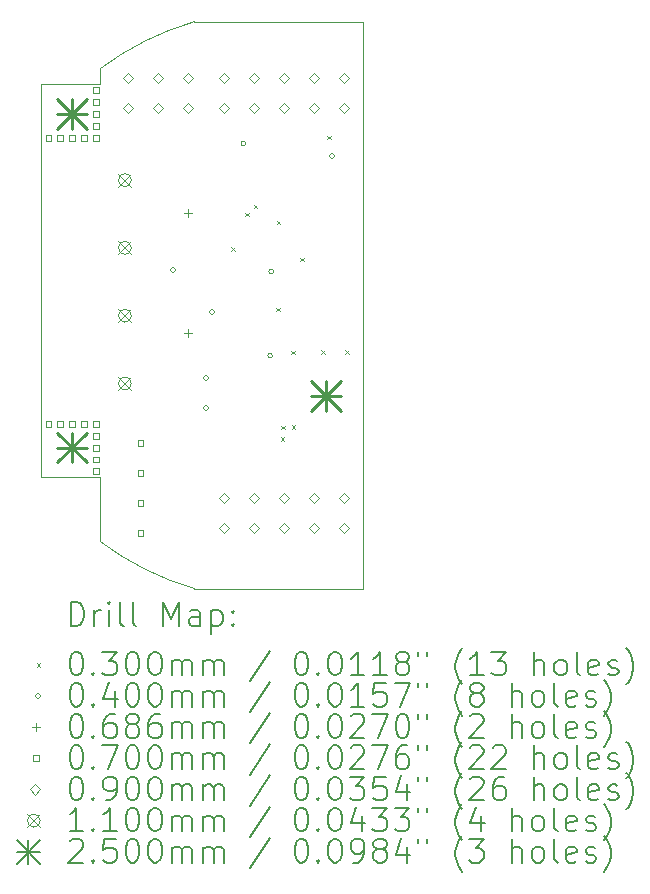
<source format=gbr>
%TF.GenerationSoftware,KiCad,Pcbnew,6.0.11-2627ca5db0~126~ubuntu22.04.1*%
%TF.CreationDate,2023-12-06T10:38:29+01:00*%
%TF.ProjectId,bus-module_attiny1634,6275732d-6d6f-4647-956c-655f61747469,C*%
%TF.SameCoordinates,Original*%
%TF.FileFunction,Drillmap*%
%TF.FilePolarity,Positive*%
%FSLAX45Y45*%
G04 Gerber Fmt 4.5, Leading zero omitted, Abs format (unit mm)*
G04 Created by KiCad (PCBNEW 6.0.11-2627ca5db0~126~ubuntu22.04.1) date 2023-12-06 10:38:29*
%MOMM*%
%LPD*%
G01*
G04 APERTURE LIST*
%ADD10C,0.100000*%
%ADD11C,0.200000*%
%ADD12C,0.030000*%
%ADD13C,0.040000*%
%ADD14C,0.068580*%
%ADD15C,0.070000*%
%ADD16C,0.090000*%
%ADD17C,0.110000*%
%ADD18C,0.250000*%
G04 APERTURE END LIST*
D10*
X8500000Y-8127000D02*
X8000000Y-8127000D01*
X8500000Y-12000000D02*
X8500000Y-11457000D01*
X8000000Y-8600000D02*
X8000000Y-8127000D01*
X9300000Y-7600000D02*
G75*
G03*
X8500106Y-7999921I700000J-2400000D01*
G01*
X9300000Y-7600000D02*
X10731500Y-7600000D01*
X8500106Y-7999921D02*
X8500000Y-8127000D01*
X8500000Y-11457000D02*
X8000000Y-11457000D01*
X8500000Y-12000000D02*
G75*
G03*
X9299632Y-12399893I1500000J2000000D01*
G01*
X10731500Y-7600000D02*
X10731500Y-12400000D01*
X8000000Y-10950000D02*
X8000000Y-11457000D01*
X8000000Y-8600000D02*
X8000000Y-10950000D01*
X10731500Y-12400000D02*
X9299632Y-12399893D01*
D11*
D12*
X9610800Y-9510800D02*
X9640800Y-9540800D01*
X9640800Y-9510800D02*
X9610800Y-9540800D01*
X9731450Y-9218700D02*
X9761450Y-9248700D01*
X9761450Y-9218700D02*
X9731450Y-9248700D01*
X9801300Y-9148850D02*
X9831300Y-9178850D01*
X9831300Y-9148850D02*
X9801300Y-9178850D01*
X9992592Y-10021978D02*
X10022592Y-10051978D01*
X10022592Y-10021978D02*
X9992592Y-10051978D01*
X9995895Y-9285864D02*
X10025895Y-9315864D01*
X10025895Y-9285864D02*
X9995895Y-9315864D01*
X10031897Y-11116972D02*
X10061897Y-11146972D01*
X10061897Y-11116972D02*
X10031897Y-11146972D01*
X10036250Y-11022100D02*
X10066250Y-11052100D01*
X10066250Y-11022100D02*
X10036250Y-11052100D01*
X10118800Y-10387100D02*
X10148800Y-10417100D01*
X10148800Y-10387100D02*
X10118800Y-10417100D01*
X10125150Y-11015750D02*
X10155150Y-11045750D01*
X10155150Y-11015750D02*
X10125150Y-11045750D01*
X10195000Y-9600403D02*
X10225000Y-9630403D01*
X10225000Y-9600403D02*
X10195000Y-9630403D01*
X10372800Y-10380750D02*
X10402800Y-10410750D01*
X10402800Y-10380750D02*
X10372800Y-10410750D01*
X10423600Y-8564650D02*
X10453600Y-8594650D01*
X10453600Y-8564650D02*
X10423600Y-8594650D01*
X10576000Y-10380750D02*
X10606000Y-10410750D01*
X10606000Y-10380750D02*
X10576000Y-10410750D01*
D13*
X9137800Y-9703600D02*
G75*
G03*
X9137800Y-9703600I-20000J0D01*
G01*
X9417200Y-10618000D02*
G75*
G03*
X9417200Y-10618000I-20000J0D01*
G01*
X9417200Y-10872000D02*
G75*
G03*
X9417200Y-10872000I-20000J0D01*
G01*
X9468000Y-10059200D02*
G75*
G03*
X9468000Y-10059200I-20000J0D01*
G01*
X9734700Y-8630450D02*
G75*
G03*
X9734700Y-8630450I-20000J0D01*
G01*
X9960698Y-10428596D02*
G75*
G03*
X9960698Y-10428596I-20000J0D01*
G01*
X9969650Y-9716300D02*
G75*
G03*
X9969650Y-9716300I-20000J0D01*
G01*
X10484000Y-8738400D02*
G75*
G03*
X10484000Y-8738400I-20000J0D01*
G01*
D14*
X9244800Y-9186710D02*
X9244800Y-9255290D01*
X9210510Y-9221000D02*
X9279090Y-9221000D01*
X9244800Y-10202710D02*
X9244800Y-10271290D01*
X9210510Y-10237000D02*
X9279090Y-10237000D01*
D15*
X8089749Y-8606749D02*
X8089749Y-8557251D01*
X8040251Y-8557251D01*
X8040251Y-8606749D01*
X8089749Y-8606749D01*
X8089749Y-11031749D02*
X8089749Y-10982251D01*
X8040251Y-10982251D01*
X8040251Y-11031749D01*
X8089749Y-11031749D01*
X8189749Y-8606749D02*
X8189749Y-8557251D01*
X8140251Y-8557251D01*
X8140251Y-8606749D01*
X8189749Y-8606749D01*
X8189749Y-11031749D02*
X8189749Y-10982251D01*
X8140251Y-10982251D01*
X8140251Y-11031749D01*
X8189749Y-11031749D01*
X8289749Y-8606749D02*
X8289749Y-8557251D01*
X8240251Y-8557251D01*
X8240251Y-8606749D01*
X8289749Y-8606749D01*
X8289749Y-11031749D02*
X8289749Y-10982251D01*
X8240251Y-10982251D01*
X8240251Y-11031749D01*
X8289749Y-11031749D01*
X8389749Y-8606749D02*
X8389749Y-8557251D01*
X8340251Y-8557251D01*
X8340251Y-8606749D01*
X8389749Y-8606749D01*
X8389749Y-11031749D02*
X8389749Y-10982251D01*
X8340251Y-10982251D01*
X8340251Y-11031749D01*
X8389749Y-11031749D01*
X8489749Y-8206749D02*
X8489749Y-8157251D01*
X8440251Y-8157251D01*
X8440251Y-8206749D01*
X8489749Y-8206749D01*
X8489749Y-8306749D02*
X8489749Y-8257251D01*
X8440251Y-8257251D01*
X8440251Y-8306749D01*
X8489749Y-8306749D01*
X8489749Y-8406749D02*
X8489749Y-8357251D01*
X8440251Y-8357251D01*
X8440251Y-8406749D01*
X8489749Y-8406749D01*
X8489749Y-8506749D02*
X8489749Y-8457251D01*
X8440251Y-8457251D01*
X8440251Y-8506749D01*
X8489749Y-8506749D01*
X8489749Y-8606749D02*
X8489749Y-8557251D01*
X8440251Y-8557251D01*
X8440251Y-8606749D01*
X8489749Y-8606749D01*
X8489749Y-11031749D02*
X8489749Y-10982251D01*
X8440251Y-10982251D01*
X8440251Y-11031749D01*
X8489749Y-11031749D01*
X8489749Y-11131749D02*
X8489749Y-11082251D01*
X8440251Y-11082251D01*
X8440251Y-11131749D01*
X8489749Y-11131749D01*
X8489749Y-11231749D02*
X8489749Y-11182251D01*
X8440251Y-11182251D01*
X8440251Y-11231749D01*
X8489749Y-11231749D01*
X8489749Y-11331749D02*
X8489749Y-11282251D01*
X8440251Y-11282251D01*
X8440251Y-11331749D01*
X8489749Y-11331749D01*
X8489749Y-11431749D02*
X8489749Y-11382251D01*
X8440251Y-11382251D01*
X8440251Y-11431749D01*
X8489749Y-11431749D01*
X8868229Y-11191389D02*
X8868229Y-11141891D01*
X8818731Y-11141891D01*
X8818731Y-11191389D01*
X8868229Y-11191389D01*
X8868229Y-11445389D02*
X8868229Y-11395891D01*
X8818731Y-11395891D01*
X8818731Y-11445389D01*
X8868229Y-11445389D01*
X8868229Y-11699389D02*
X8868229Y-11649891D01*
X8818731Y-11649891D01*
X8818731Y-11699389D01*
X8868229Y-11699389D01*
X8868229Y-11953389D02*
X8868229Y-11903891D01*
X8818731Y-11903891D01*
X8818731Y-11953389D01*
X8868229Y-11953389D01*
D16*
X8736800Y-8123000D02*
X8781800Y-8078000D01*
X8736800Y-8033000D01*
X8691800Y-8078000D01*
X8736800Y-8123000D01*
X8736800Y-8377000D02*
X8781800Y-8332000D01*
X8736800Y-8287000D01*
X8691800Y-8332000D01*
X8736800Y-8377000D01*
X8990800Y-8123000D02*
X9035800Y-8078000D01*
X8990800Y-8033000D01*
X8945800Y-8078000D01*
X8990800Y-8123000D01*
X8990800Y-8377000D02*
X9035800Y-8332000D01*
X8990800Y-8287000D01*
X8945800Y-8332000D01*
X8990800Y-8377000D01*
X9244800Y-8123000D02*
X9289800Y-8078000D01*
X9244800Y-8033000D01*
X9199800Y-8078000D01*
X9244800Y-8123000D01*
X9244800Y-8377000D02*
X9289800Y-8332000D01*
X9244800Y-8287000D01*
X9199800Y-8332000D01*
X9244800Y-8377000D01*
X9549600Y-8123000D02*
X9594600Y-8078000D01*
X9549600Y-8033000D01*
X9504600Y-8078000D01*
X9549600Y-8123000D01*
X9549600Y-8377000D02*
X9594600Y-8332000D01*
X9549600Y-8287000D01*
X9504600Y-8332000D01*
X9549600Y-8377000D01*
X9549600Y-11679000D02*
X9594600Y-11634000D01*
X9549600Y-11589000D01*
X9504600Y-11634000D01*
X9549600Y-11679000D01*
X9549600Y-11933000D02*
X9594600Y-11888000D01*
X9549600Y-11843000D01*
X9504600Y-11888000D01*
X9549600Y-11933000D01*
X9803600Y-8123000D02*
X9848600Y-8078000D01*
X9803600Y-8033000D01*
X9758600Y-8078000D01*
X9803600Y-8123000D01*
X9803600Y-8377000D02*
X9848600Y-8332000D01*
X9803600Y-8287000D01*
X9758600Y-8332000D01*
X9803600Y-8377000D01*
X9803600Y-11679000D02*
X9848600Y-11634000D01*
X9803600Y-11589000D01*
X9758600Y-11634000D01*
X9803600Y-11679000D01*
X9803600Y-11933000D02*
X9848600Y-11888000D01*
X9803600Y-11843000D01*
X9758600Y-11888000D01*
X9803600Y-11933000D01*
X10057600Y-8123000D02*
X10102600Y-8078000D01*
X10057600Y-8033000D01*
X10012600Y-8078000D01*
X10057600Y-8123000D01*
X10057600Y-8377000D02*
X10102600Y-8332000D01*
X10057600Y-8287000D01*
X10012600Y-8332000D01*
X10057600Y-8377000D01*
X10057600Y-11679000D02*
X10102600Y-11634000D01*
X10057600Y-11589000D01*
X10012600Y-11634000D01*
X10057600Y-11679000D01*
X10057600Y-11933000D02*
X10102600Y-11888000D01*
X10057600Y-11843000D01*
X10012600Y-11888000D01*
X10057600Y-11933000D01*
X10311600Y-8123000D02*
X10356600Y-8078000D01*
X10311600Y-8033000D01*
X10266600Y-8078000D01*
X10311600Y-8123000D01*
X10311600Y-8377000D02*
X10356600Y-8332000D01*
X10311600Y-8287000D01*
X10266600Y-8332000D01*
X10311600Y-8377000D01*
X10311600Y-11679000D02*
X10356600Y-11634000D01*
X10311600Y-11589000D01*
X10266600Y-11634000D01*
X10311600Y-11679000D01*
X10311600Y-11933000D02*
X10356600Y-11888000D01*
X10311600Y-11843000D01*
X10266600Y-11888000D01*
X10311600Y-11933000D01*
X10565600Y-8123000D02*
X10610600Y-8078000D01*
X10565600Y-8033000D01*
X10520600Y-8078000D01*
X10565600Y-8123000D01*
X10565600Y-8377000D02*
X10610600Y-8332000D01*
X10565600Y-8287000D01*
X10520600Y-8332000D01*
X10565600Y-8377000D01*
X10565600Y-11679000D02*
X10610600Y-11634000D01*
X10565600Y-11589000D01*
X10520600Y-11634000D01*
X10565600Y-11679000D01*
X10565600Y-11933000D02*
X10610600Y-11888000D01*
X10565600Y-11843000D01*
X10520600Y-11888000D01*
X10565600Y-11933000D01*
D17*
X8656400Y-8886600D02*
X8766400Y-8996600D01*
X8766400Y-8886600D02*
X8656400Y-8996600D01*
X8766400Y-8941600D02*
G75*
G03*
X8766400Y-8941600I-55000J0D01*
G01*
X8656400Y-9460640D02*
X8766400Y-9570640D01*
X8766400Y-9460640D02*
X8656400Y-9570640D01*
X8766400Y-9515640D02*
G75*
G03*
X8766400Y-9515640I-55000J0D01*
G01*
X8656400Y-10608720D02*
X8766400Y-10718720D01*
X8766400Y-10608720D02*
X8656400Y-10718720D01*
X8766400Y-10663720D02*
G75*
G03*
X8766400Y-10663720I-55000J0D01*
G01*
X8657020Y-10034680D02*
X8767020Y-10144680D01*
X8767020Y-10034680D02*
X8657020Y-10144680D01*
X8767020Y-10089680D02*
G75*
G03*
X8767020Y-10089680I-55000J0D01*
G01*
D18*
X8140000Y-8257000D02*
X8390000Y-8507000D01*
X8390000Y-8257000D02*
X8140000Y-8507000D01*
X8265000Y-8257000D02*
X8265000Y-8507000D01*
X8140000Y-8382000D02*
X8390000Y-8382000D01*
X8140000Y-11082000D02*
X8390000Y-11332000D01*
X8390000Y-11082000D02*
X8140000Y-11332000D01*
X8265000Y-11082000D02*
X8265000Y-11332000D01*
X8140000Y-11207000D02*
X8390000Y-11207000D01*
X10288200Y-10645400D02*
X10538200Y-10895400D01*
X10538200Y-10645400D02*
X10288200Y-10895400D01*
X10413200Y-10645400D02*
X10413200Y-10895400D01*
X10288200Y-10770400D02*
X10538200Y-10770400D01*
D11*
X8252619Y-12715476D02*
X8252619Y-12515476D01*
X8300238Y-12515476D01*
X8328809Y-12525000D01*
X8347857Y-12544048D01*
X8357381Y-12563095D01*
X8366905Y-12601190D01*
X8366905Y-12629762D01*
X8357381Y-12667857D01*
X8347857Y-12686905D01*
X8328809Y-12705952D01*
X8300238Y-12715476D01*
X8252619Y-12715476D01*
X8452619Y-12715476D02*
X8452619Y-12582143D01*
X8452619Y-12620238D02*
X8462143Y-12601190D01*
X8471667Y-12591667D01*
X8490714Y-12582143D01*
X8509762Y-12582143D01*
X8576429Y-12715476D02*
X8576429Y-12582143D01*
X8576429Y-12515476D02*
X8566905Y-12525000D01*
X8576429Y-12534524D01*
X8585952Y-12525000D01*
X8576429Y-12515476D01*
X8576429Y-12534524D01*
X8700238Y-12715476D02*
X8681190Y-12705952D01*
X8671667Y-12686905D01*
X8671667Y-12515476D01*
X8805000Y-12715476D02*
X8785952Y-12705952D01*
X8776429Y-12686905D01*
X8776429Y-12515476D01*
X9033571Y-12715476D02*
X9033571Y-12515476D01*
X9100238Y-12658333D01*
X9166905Y-12515476D01*
X9166905Y-12715476D01*
X9347857Y-12715476D02*
X9347857Y-12610714D01*
X9338333Y-12591667D01*
X9319286Y-12582143D01*
X9281190Y-12582143D01*
X9262143Y-12591667D01*
X9347857Y-12705952D02*
X9328810Y-12715476D01*
X9281190Y-12715476D01*
X9262143Y-12705952D01*
X9252619Y-12686905D01*
X9252619Y-12667857D01*
X9262143Y-12648809D01*
X9281190Y-12639286D01*
X9328810Y-12639286D01*
X9347857Y-12629762D01*
X9443095Y-12582143D02*
X9443095Y-12782143D01*
X9443095Y-12591667D02*
X9462143Y-12582143D01*
X9500238Y-12582143D01*
X9519286Y-12591667D01*
X9528810Y-12601190D01*
X9538333Y-12620238D01*
X9538333Y-12677381D01*
X9528810Y-12696428D01*
X9519286Y-12705952D01*
X9500238Y-12715476D01*
X9462143Y-12715476D01*
X9443095Y-12705952D01*
X9624048Y-12696428D02*
X9633571Y-12705952D01*
X9624048Y-12715476D01*
X9614524Y-12705952D01*
X9624048Y-12696428D01*
X9624048Y-12715476D01*
X9624048Y-12591667D02*
X9633571Y-12601190D01*
X9624048Y-12610714D01*
X9614524Y-12601190D01*
X9624048Y-12591667D01*
X9624048Y-12610714D01*
D12*
X7965000Y-13030000D02*
X7995000Y-13060000D01*
X7995000Y-13030000D02*
X7965000Y-13060000D01*
D11*
X8290714Y-12935476D02*
X8309762Y-12935476D01*
X8328809Y-12945000D01*
X8338333Y-12954524D01*
X8347857Y-12973571D01*
X8357381Y-13011667D01*
X8357381Y-13059286D01*
X8347857Y-13097381D01*
X8338333Y-13116428D01*
X8328809Y-13125952D01*
X8309762Y-13135476D01*
X8290714Y-13135476D01*
X8271667Y-13125952D01*
X8262143Y-13116428D01*
X8252619Y-13097381D01*
X8243095Y-13059286D01*
X8243095Y-13011667D01*
X8252619Y-12973571D01*
X8262143Y-12954524D01*
X8271667Y-12945000D01*
X8290714Y-12935476D01*
X8443095Y-13116428D02*
X8452619Y-13125952D01*
X8443095Y-13135476D01*
X8433571Y-13125952D01*
X8443095Y-13116428D01*
X8443095Y-13135476D01*
X8519286Y-12935476D02*
X8643095Y-12935476D01*
X8576429Y-13011667D01*
X8605000Y-13011667D01*
X8624048Y-13021190D01*
X8633571Y-13030714D01*
X8643095Y-13049762D01*
X8643095Y-13097381D01*
X8633571Y-13116428D01*
X8624048Y-13125952D01*
X8605000Y-13135476D01*
X8547857Y-13135476D01*
X8528810Y-13125952D01*
X8519286Y-13116428D01*
X8766905Y-12935476D02*
X8785952Y-12935476D01*
X8805000Y-12945000D01*
X8814524Y-12954524D01*
X8824048Y-12973571D01*
X8833571Y-13011667D01*
X8833571Y-13059286D01*
X8824048Y-13097381D01*
X8814524Y-13116428D01*
X8805000Y-13125952D01*
X8785952Y-13135476D01*
X8766905Y-13135476D01*
X8747857Y-13125952D01*
X8738333Y-13116428D01*
X8728810Y-13097381D01*
X8719286Y-13059286D01*
X8719286Y-13011667D01*
X8728810Y-12973571D01*
X8738333Y-12954524D01*
X8747857Y-12945000D01*
X8766905Y-12935476D01*
X8957381Y-12935476D02*
X8976429Y-12935476D01*
X8995476Y-12945000D01*
X9005000Y-12954524D01*
X9014524Y-12973571D01*
X9024048Y-13011667D01*
X9024048Y-13059286D01*
X9014524Y-13097381D01*
X9005000Y-13116428D01*
X8995476Y-13125952D01*
X8976429Y-13135476D01*
X8957381Y-13135476D01*
X8938333Y-13125952D01*
X8928810Y-13116428D01*
X8919286Y-13097381D01*
X8909762Y-13059286D01*
X8909762Y-13011667D01*
X8919286Y-12973571D01*
X8928810Y-12954524D01*
X8938333Y-12945000D01*
X8957381Y-12935476D01*
X9109762Y-13135476D02*
X9109762Y-13002143D01*
X9109762Y-13021190D02*
X9119286Y-13011667D01*
X9138333Y-13002143D01*
X9166905Y-13002143D01*
X9185952Y-13011667D01*
X9195476Y-13030714D01*
X9195476Y-13135476D01*
X9195476Y-13030714D02*
X9205000Y-13011667D01*
X9224048Y-13002143D01*
X9252619Y-13002143D01*
X9271667Y-13011667D01*
X9281190Y-13030714D01*
X9281190Y-13135476D01*
X9376429Y-13135476D02*
X9376429Y-13002143D01*
X9376429Y-13021190D02*
X9385952Y-13011667D01*
X9405000Y-13002143D01*
X9433571Y-13002143D01*
X9452619Y-13011667D01*
X9462143Y-13030714D01*
X9462143Y-13135476D01*
X9462143Y-13030714D02*
X9471667Y-13011667D01*
X9490714Y-13002143D01*
X9519286Y-13002143D01*
X9538333Y-13011667D01*
X9547857Y-13030714D01*
X9547857Y-13135476D01*
X9938333Y-12925952D02*
X9766905Y-13183095D01*
X10195476Y-12935476D02*
X10214524Y-12935476D01*
X10233571Y-12945000D01*
X10243095Y-12954524D01*
X10252619Y-12973571D01*
X10262143Y-13011667D01*
X10262143Y-13059286D01*
X10252619Y-13097381D01*
X10243095Y-13116428D01*
X10233571Y-13125952D01*
X10214524Y-13135476D01*
X10195476Y-13135476D01*
X10176429Y-13125952D01*
X10166905Y-13116428D01*
X10157381Y-13097381D01*
X10147857Y-13059286D01*
X10147857Y-13011667D01*
X10157381Y-12973571D01*
X10166905Y-12954524D01*
X10176429Y-12945000D01*
X10195476Y-12935476D01*
X10347857Y-13116428D02*
X10357381Y-13125952D01*
X10347857Y-13135476D01*
X10338333Y-13125952D01*
X10347857Y-13116428D01*
X10347857Y-13135476D01*
X10481190Y-12935476D02*
X10500238Y-12935476D01*
X10519286Y-12945000D01*
X10528810Y-12954524D01*
X10538333Y-12973571D01*
X10547857Y-13011667D01*
X10547857Y-13059286D01*
X10538333Y-13097381D01*
X10528810Y-13116428D01*
X10519286Y-13125952D01*
X10500238Y-13135476D01*
X10481190Y-13135476D01*
X10462143Y-13125952D01*
X10452619Y-13116428D01*
X10443095Y-13097381D01*
X10433571Y-13059286D01*
X10433571Y-13011667D01*
X10443095Y-12973571D01*
X10452619Y-12954524D01*
X10462143Y-12945000D01*
X10481190Y-12935476D01*
X10738333Y-13135476D02*
X10624048Y-13135476D01*
X10681190Y-13135476D02*
X10681190Y-12935476D01*
X10662143Y-12964048D01*
X10643095Y-12983095D01*
X10624048Y-12992619D01*
X10928810Y-13135476D02*
X10814524Y-13135476D01*
X10871667Y-13135476D02*
X10871667Y-12935476D01*
X10852619Y-12964048D01*
X10833571Y-12983095D01*
X10814524Y-12992619D01*
X11043095Y-13021190D02*
X11024048Y-13011667D01*
X11014524Y-13002143D01*
X11005000Y-12983095D01*
X11005000Y-12973571D01*
X11014524Y-12954524D01*
X11024048Y-12945000D01*
X11043095Y-12935476D01*
X11081190Y-12935476D01*
X11100238Y-12945000D01*
X11109762Y-12954524D01*
X11119286Y-12973571D01*
X11119286Y-12983095D01*
X11109762Y-13002143D01*
X11100238Y-13011667D01*
X11081190Y-13021190D01*
X11043095Y-13021190D01*
X11024048Y-13030714D01*
X11014524Y-13040238D01*
X11005000Y-13059286D01*
X11005000Y-13097381D01*
X11014524Y-13116428D01*
X11024048Y-13125952D01*
X11043095Y-13135476D01*
X11081190Y-13135476D01*
X11100238Y-13125952D01*
X11109762Y-13116428D01*
X11119286Y-13097381D01*
X11119286Y-13059286D01*
X11109762Y-13040238D01*
X11100238Y-13030714D01*
X11081190Y-13021190D01*
X11195476Y-12935476D02*
X11195476Y-12973571D01*
X11271667Y-12935476D02*
X11271667Y-12973571D01*
X11566905Y-13211667D02*
X11557381Y-13202143D01*
X11538333Y-13173571D01*
X11528809Y-13154524D01*
X11519286Y-13125952D01*
X11509762Y-13078333D01*
X11509762Y-13040238D01*
X11519286Y-12992619D01*
X11528809Y-12964048D01*
X11538333Y-12945000D01*
X11557381Y-12916428D01*
X11566905Y-12906905D01*
X11747857Y-13135476D02*
X11633571Y-13135476D01*
X11690714Y-13135476D02*
X11690714Y-12935476D01*
X11671667Y-12964048D01*
X11652619Y-12983095D01*
X11633571Y-12992619D01*
X11814524Y-12935476D02*
X11938333Y-12935476D01*
X11871667Y-13011667D01*
X11900238Y-13011667D01*
X11919286Y-13021190D01*
X11928809Y-13030714D01*
X11938333Y-13049762D01*
X11938333Y-13097381D01*
X11928809Y-13116428D01*
X11919286Y-13125952D01*
X11900238Y-13135476D01*
X11843095Y-13135476D01*
X11824048Y-13125952D01*
X11814524Y-13116428D01*
X12176428Y-13135476D02*
X12176428Y-12935476D01*
X12262143Y-13135476D02*
X12262143Y-13030714D01*
X12252619Y-13011667D01*
X12233571Y-13002143D01*
X12205000Y-13002143D01*
X12185952Y-13011667D01*
X12176428Y-13021190D01*
X12385952Y-13135476D02*
X12366905Y-13125952D01*
X12357381Y-13116428D01*
X12347857Y-13097381D01*
X12347857Y-13040238D01*
X12357381Y-13021190D01*
X12366905Y-13011667D01*
X12385952Y-13002143D01*
X12414524Y-13002143D01*
X12433571Y-13011667D01*
X12443095Y-13021190D01*
X12452619Y-13040238D01*
X12452619Y-13097381D01*
X12443095Y-13116428D01*
X12433571Y-13125952D01*
X12414524Y-13135476D01*
X12385952Y-13135476D01*
X12566905Y-13135476D02*
X12547857Y-13125952D01*
X12538333Y-13106905D01*
X12538333Y-12935476D01*
X12719286Y-13125952D02*
X12700238Y-13135476D01*
X12662143Y-13135476D01*
X12643095Y-13125952D01*
X12633571Y-13106905D01*
X12633571Y-13030714D01*
X12643095Y-13011667D01*
X12662143Y-13002143D01*
X12700238Y-13002143D01*
X12719286Y-13011667D01*
X12728809Y-13030714D01*
X12728809Y-13049762D01*
X12633571Y-13068809D01*
X12805000Y-13125952D02*
X12824048Y-13135476D01*
X12862143Y-13135476D01*
X12881190Y-13125952D01*
X12890714Y-13106905D01*
X12890714Y-13097381D01*
X12881190Y-13078333D01*
X12862143Y-13068809D01*
X12833571Y-13068809D01*
X12814524Y-13059286D01*
X12805000Y-13040238D01*
X12805000Y-13030714D01*
X12814524Y-13011667D01*
X12833571Y-13002143D01*
X12862143Y-13002143D01*
X12881190Y-13011667D01*
X12957381Y-13211667D02*
X12966905Y-13202143D01*
X12985952Y-13173571D01*
X12995476Y-13154524D01*
X13005000Y-13125952D01*
X13014524Y-13078333D01*
X13014524Y-13040238D01*
X13005000Y-12992619D01*
X12995476Y-12964048D01*
X12985952Y-12945000D01*
X12966905Y-12916428D01*
X12957381Y-12906905D01*
D13*
X7995000Y-13309000D02*
G75*
G03*
X7995000Y-13309000I-20000J0D01*
G01*
D11*
X8290714Y-13199476D02*
X8309762Y-13199476D01*
X8328809Y-13209000D01*
X8338333Y-13218524D01*
X8347857Y-13237571D01*
X8357381Y-13275667D01*
X8357381Y-13323286D01*
X8347857Y-13361381D01*
X8338333Y-13380428D01*
X8328809Y-13389952D01*
X8309762Y-13399476D01*
X8290714Y-13399476D01*
X8271667Y-13389952D01*
X8262143Y-13380428D01*
X8252619Y-13361381D01*
X8243095Y-13323286D01*
X8243095Y-13275667D01*
X8252619Y-13237571D01*
X8262143Y-13218524D01*
X8271667Y-13209000D01*
X8290714Y-13199476D01*
X8443095Y-13380428D02*
X8452619Y-13389952D01*
X8443095Y-13399476D01*
X8433571Y-13389952D01*
X8443095Y-13380428D01*
X8443095Y-13399476D01*
X8624048Y-13266143D02*
X8624048Y-13399476D01*
X8576429Y-13189952D02*
X8528810Y-13332809D01*
X8652619Y-13332809D01*
X8766905Y-13199476D02*
X8785952Y-13199476D01*
X8805000Y-13209000D01*
X8814524Y-13218524D01*
X8824048Y-13237571D01*
X8833571Y-13275667D01*
X8833571Y-13323286D01*
X8824048Y-13361381D01*
X8814524Y-13380428D01*
X8805000Y-13389952D01*
X8785952Y-13399476D01*
X8766905Y-13399476D01*
X8747857Y-13389952D01*
X8738333Y-13380428D01*
X8728810Y-13361381D01*
X8719286Y-13323286D01*
X8719286Y-13275667D01*
X8728810Y-13237571D01*
X8738333Y-13218524D01*
X8747857Y-13209000D01*
X8766905Y-13199476D01*
X8957381Y-13199476D02*
X8976429Y-13199476D01*
X8995476Y-13209000D01*
X9005000Y-13218524D01*
X9014524Y-13237571D01*
X9024048Y-13275667D01*
X9024048Y-13323286D01*
X9014524Y-13361381D01*
X9005000Y-13380428D01*
X8995476Y-13389952D01*
X8976429Y-13399476D01*
X8957381Y-13399476D01*
X8938333Y-13389952D01*
X8928810Y-13380428D01*
X8919286Y-13361381D01*
X8909762Y-13323286D01*
X8909762Y-13275667D01*
X8919286Y-13237571D01*
X8928810Y-13218524D01*
X8938333Y-13209000D01*
X8957381Y-13199476D01*
X9109762Y-13399476D02*
X9109762Y-13266143D01*
X9109762Y-13285190D02*
X9119286Y-13275667D01*
X9138333Y-13266143D01*
X9166905Y-13266143D01*
X9185952Y-13275667D01*
X9195476Y-13294714D01*
X9195476Y-13399476D01*
X9195476Y-13294714D02*
X9205000Y-13275667D01*
X9224048Y-13266143D01*
X9252619Y-13266143D01*
X9271667Y-13275667D01*
X9281190Y-13294714D01*
X9281190Y-13399476D01*
X9376429Y-13399476D02*
X9376429Y-13266143D01*
X9376429Y-13285190D02*
X9385952Y-13275667D01*
X9405000Y-13266143D01*
X9433571Y-13266143D01*
X9452619Y-13275667D01*
X9462143Y-13294714D01*
X9462143Y-13399476D01*
X9462143Y-13294714D02*
X9471667Y-13275667D01*
X9490714Y-13266143D01*
X9519286Y-13266143D01*
X9538333Y-13275667D01*
X9547857Y-13294714D01*
X9547857Y-13399476D01*
X9938333Y-13189952D02*
X9766905Y-13447095D01*
X10195476Y-13199476D02*
X10214524Y-13199476D01*
X10233571Y-13209000D01*
X10243095Y-13218524D01*
X10252619Y-13237571D01*
X10262143Y-13275667D01*
X10262143Y-13323286D01*
X10252619Y-13361381D01*
X10243095Y-13380428D01*
X10233571Y-13389952D01*
X10214524Y-13399476D01*
X10195476Y-13399476D01*
X10176429Y-13389952D01*
X10166905Y-13380428D01*
X10157381Y-13361381D01*
X10147857Y-13323286D01*
X10147857Y-13275667D01*
X10157381Y-13237571D01*
X10166905Y-13218524D01*
X10176429Y-13209000D01*
X10195476Y-13199476D01*
X10347857Y-13380428D02*
X10357381Y-13389952D01*
X10347857Y-13399476D01*
X10338333Y-13389952D01*
X10347857Y-13380428D01*
X10347857Y-13399476D01*
X10481190Y-13199476D02*
X10500238Y-13199476D01*
X10519286Y-13209000D01*
X10528810Y-13218524D01*
X10538333Y-13237571D01*
X10547857Y-13275667D01*
X10547857Y-13323286D01*
X10538333Y-13361381D01*
X10528810Y-13380428D01*
X10519286Y-13389952D01*
X10500238Y-13399476D01*
X10481190Y-13399476D01*
X10462143Y-13389952D01*
X10452619Y-13380428D01*
X10443095Y-13361381D01*
X10433571Y-13323286D01*
X10433571Y-13275667D01*
X10443095Y-13237571D01*
X10452619Y-13218524D01*
X10462143Y-13209000D01*
X10481190Y-13199476D01*
X10738333Y-13399476D02*
X10624048Y-13399476D01*
X10681190Y-13399476D02*
X10681190Y-13199476D01*
X10662143Y-13228048D01*
X10643095Y-13247095D01*
X10624048Y-13256619D01*
X10919286Y-13199476D02*
X10824048Y-13199476D01*
X10814524Y-13294714D01*
X10824048Y-13285190D01*
X10843095Y-13275667D01*
X10890714Y-13275667D01*
X10909762Y-13285190D01*
X10919286Y-13294714D01*
X10928810Y-13313762D01*
X10928810Y-13361381D01*
X10919286Y-13380428D01*
X10909762Y-13389952D01*
X10890714Y-13399476D01*
X10843095Y-13399476D01*
X10824048Y-13389952D01*
X10814524Y-13380428D01*
X10995476Y-13199476D02*
X11128810Y-13199476D01*
X11043095Y-13399476D01*
X11195476Y-13199476D02*
X11195476Y-13237571D01*
X11271667Y-13199476D02*
X11271667Y-13237571D01*
X11566905Y-13475667D02*
X11557381Y-13466143D01*
X11538333Y-13437571D01*
X11528809Y-13418524D01*
X11519286Y-13389952D01*
X11509762Y-13342333D01*
X11509762Y-13304238D01*
X11519286Y-13256619D01*
X11528809Y-13228048D01*
X11538333Y-13209000D01*
X11557381Y-13180428D01*
X11566905Y-13170905D01*
X11671667Y-13285190D02*
X11652619Y-13275667D01*
X11643095Y-13266143D01*
X11633571Y-13247095D01*
X11633571Y-13237571D01*
X11643095Y-13218524D01*
X11652619Y-13209000D01*
X11671667Y-13199476D01*
X11709762Y-13199476D01*
X11728809Y-13209000D01*
X11738333Y-13218524D01*
X11747857Y-13237571D01*
X11747857Y-13247095D01*
X11738333Y-13266143D01*
X11728809Y-13275667D01*
X11709762Y-13285190D01*
X11671667Y-13285190D01*
X11652619Y-13294714D01*
X11643095Y-13304238D01*
X11633571Y-13323286D01*
X11633571Y-13361381D01*
X11643095Y-13380428D01*
X11652619Y-13389952D01*
X11671667Y-13399476D01*
X11709762Y-13399476D01*
X11728809Y-13389952D01*
X11738333Y-13380428D01*
X11747857Y-13361381D01*
X11747857Y-13323286D01*
X11738333Y-13304238D01*
X11728809Y-13294714D01*
X11709762Y-13285190D01*
X11985952Y-13399476D02*
X11985952Y-13199476D01*
X12071667Y-13399476D02*
X12071667Y-13294714D01*
X12062143Y-13275667D01*
X12043095Y-13266143D01*
X12014524Y-13266143D01*
X11995476Y-13275667D01*
X11985952Y-13285190D01*
X12195476Y-13399476D02*
X12176428Y-13389952D01*
X12166905Y-13380428D01*
X12157381Y-13361381D01*
X12157381Y-13304238D01*
X12166905Y-13285190D01*
X12176428Y-13275667D01*
X12195476Y-13266143D01*
X12224048Y-13266143D01*
X12243095Y-13275667D01*
X12252619Y-13285190D01*
X12262143Y-13304238D01*
X12262143Y-13361381D01*
X12252619Y-13380428D01*
X12243095Y-13389952D01*
X12224048Y-13399476D01*
X12195476Y-13399476D01*
X12376428Y-13399476D02*
X12357381Y-13389952D01*
X12347857Y-13370905D01*
X12347857Y-13199476D01*
X12528809Y-13389952D02*
X12509762Y-13399476D01*
X12471667Y-13399476D01*
X12452619Y-13389952D01*
X12443095Y-13370905D01*
X12443095Y-13294714D01*
X12452619Y-13275667D01*
X12471667Y-13266143D01*
X12509762Y-13266143D01*
X12528809Y-13275667D01*
X12538333Y-13294714D01*
X12538333Y-13313762D01*
X12443095Y-13332809D01*
X12614524Y-13389952D02*
X12633571Y-13399476D01*
X12671667Y-13399476D01*
X12690714Y-13389952D01*
X12700238Y-13370905D01*
X12700238Y-13361381D01*
X12690714Y-13342333D01*
X12671667Y-13332809D01*
X12643095Y-13332809D01*
X12624048Y-13323286D01*
X12614524Y-13304238D01*
X12614524Y-13294714D01*
X12624048Y-13275667D01*
X12643095Y-13266143D01*
X12671667Y-13266143D01*
X12690714Y-13275667D01*
X12766905Y-13475667D02*
X12776428Y-13466143D01*
X12795476Y-13437571D01*
X12805000Y-13418524D01*
X12814524Y-13389952D01*
X12824048Y-13342333D01*
X12824048Y-13304238D01*
X12814524Y-13256619D01*
X12805000Y-13228048D01*
X12795476Y-13209000D01*
X12776428Y-13180428D01*
X12766905Y-13170905D01*
D14*
X7960710Y-13538710D02*
X7960710Y-13607290D01*
X7926420Y-13573000D02*
X7995000Y-13573000D01*
D11*
X8290714Y-13463476D02*
X8309762Y-13463476D01*
X8328809Y-13473000D01*
X8338333Y-13482524D01*
X8347857Y-13501571D01*
X8357381Y-13539667D01*
X8357381Y-13587286D01*
X8347857Y-13625381D01*
X8338333Y-13644428D01*
X8328809Y-13653952D01*
X8309762Y-13663476D01*
X8290714Y-13663476D01*
X8271667Y-13653952D01*
X8262143Y-13644428D01*
X8252619Y-13625381D01*
X8243095Y-13587286D01*
X8243095Y-13539667D01*
X8252619Y-13501571D01*
X8262143Y-13482524D01*
X8271667Y-13473000D01*
X8290714Y-13463476D01*
X8443095Y-13644428D02*
X8452619Y-13653952D01*
X8443095Y-13663476D01*
X8433571Y-13653952D01*
X8443095Y-13644428D01*
X8443095Y-13663476D01*
X8624048Y-13463476D02*
X8585952Y-13463476D01*
X8566905Y-13473000D01*
X8557381Y-13482524D01*
X8538333Y-13511095D01*
X8528810Y-13549190D01*
X8528810Y-13625381D01*
X8538333Y-13644428D01*
X8547857Y-13653952D01*
X8566905Y-13663476D01*
X8605000Y-13663476D01*
X8624048Y-13653952D01*
X8633571Y-13644428D01*
X8643095Y-13625381D01*
X8643095Y-13577762D01*
X8633571Y-13558714D01*
X8624048Y-13549190D01*
X8605000Y-13539667D01*
X8566905Y-13539667D01*
X8547857Y-13549190D01*
X8538333Y-13558714D01*
X8528810Y-13577762D01*
X8757381Y-13549190D02*
X8738333Y-13539667D01*
X8728810Y-13530143D01*
X8719286Y-13511095D01*
X8719286Y-13501571D01*
X8728810Y-13482524D01*
X8738333Y-13473000D01*
X8757381Y-13463476D01*
X8795476Y-13463476D01*
X8814524Y-13473000D01*
X8824048Y-13482524D01*
X8833571Y-13501571D01*
X8833571Y-13511095D01*
X8824048Y-13530143D01*
X8814524Y-13539667D01*
X8795476Y-13549190D01*
X8757381Y-13549190D01*
X8738333Y-13558714D01*
X8728810Y-13568238D01*
X8719286Y-13587286D01*
X8719286Y-13625381D01*
X8728810Y-13644428D01*
X8738333Y-13653952D01*
X8757381Y-13663476D01*
X8795476Y-13663476D01*
X8814524Y-13653952D01*
X8824048Y-13644428D01*
X8833571Y-13625381D01*
X8833571Y-13587286D01*
X8824048Y-13568238D01*
X8814524Y-13558714D01*
X8795476Y-13549190D01*
X9005000Y-13463476D02*
X8966905Y-13463476D01*
X8947857Y-13473000D01*
X8938333Y-13482524D01*
X8919286Y-13511095D01*
X8909762Y-13549190D01*
X8909762Y-13625381D01*
X8919286Y-13644428D01*
X8928810Y-13653952D01*
X8947857Y-13663476D01*
X8985952Y-13663476D01*
X9005000Y-13653952D01*
X9014524Y-13644428D01*
X9024048Y-13625381D01*
X9024048Y-13577762D01*
X9014524Y-13558714D01*
X9005000Y-13549190D01*
X8985952Y-13539667D01*
X8947857Y-13539667D01*
X8928810Y-13549190D01*
X8919286Y-13558714D01*
X8909762Y-13577762D01*
X9109762Y-13663476D02*
X9109762Y-13530143D01*
X9109762Y-13549190D02*
X9119286Y-13539667D01*
X9138333Y-13530143D01*
X9166905Y-13530143D01*
X9185952Y-13539667D01*
X9195476Y-13558714D01*
X9195476Y-13663476D01*
X9195476Y-13558714D02*
X9205000Y-13539667D01*
X9224048Y-13530143D01*
X9252619Y-13530143D01*
X9271667Y-13539667D01*
X9281190Y-13558714D01*
X9281190Y-13663476D01*
X9376429Y-13663476D02*
X9376429Y-13530143D01*
X9376429Y-13549190D02*
X9385952Y-13539667D01*
X9405000Y-13530143D01*
X9433571Y-13530143D01*
X9452619Y-13539667D01*
X9462143Y-13558714D01*
X9462143Y-13663476D01*
X9462143Y-13558714D02*
X9471667Y-13539667D01*
X9490714Y-13530143D01*
X9519286Y-13530143D01*
X9538333Y-13539667D01*
X9547857Y-13558714D01*
X9547857Y-13663476D01*
X9938333Y-13453952D02*
X9766905Y-13711095D01*
X10195476Y-13463476D02*
X10214524Y-13463476D01*
X10233571Y-13473000D01*
X10243095Y-13482524D01*
X10252619Y-13501571D01*
X10262143Y-13539667D01*
X10262143Y-13587286D01*
X10252619Y-13625381D01*
X10243095Y-13644428D01*
X10233571Y-13653952D01*
X10214524Y-13663476D01*
X10195476Y-13663476D01*
X10176429Y-13653952D01*
X10166905Y-13644428D01*
X10157381Y-13625381D01*
X10147857Y-13587286D01*
X10147857Y-13539667D01*
X10157381Y-13501571D01*
X10166905Y-13482524D01*
X10176429Y-13473000D01*
X10195476Y-13463476D01*
X10347857Y-13644428D02*
X10357381Y-13653952D01*
X10347857Y-13663476D01*
X10338333Y-13653952D01*
X10347857Y-13644428D01*
X10347857Y-13663476D01*
X10481190Y-13463476D02*
X10500238Y-13463476D01*
X10519286Y-13473000D01*
X10528810Y-13482524D01*
X10538333Y-13501571D01*
X10547857Y-13539667D01*
X10547857Y-13587286D01*
X10538333Y-13625381D01*
X10528810Y-13644428D01*
X10519286Y-13653952D01*
X10500238Y-13663476D01*
X10481190Y-13663476D01*
X10462143Y-13653952D01*
X10452619Y-13644428D01*
X10443095Y-13625381D01*
X10433571Y-13587286D01*
X10433571Y-13539667D01*
X10443095Y-13501571D01*
X10452619Y-13482524D01*
X10462143Y-13473000D01*
X10481190Y-13463476D01*
X10624048Y-13482524D02*
X10633571Y-13473000D01*
X10652619Y-13463476D01*
X10700238Y-13463476D01*
X10719286Y-13473000D01*
X10728810Y-13482524D01*
X10738333Y-13501571D01*
X10738333Y-13520619D01*
X10728810Y-13549190D01*
X10614524Y-13663476D01*
X10738333Y-13663476D01*
X10805000Y-13463476D02*
X10938333Y-13463476D01*
X10852619Y-13663476D01*
X11052619Y-13463476D02*
X11071667Y-13463476D01*
X11090714Y-13473000D01*
X11100238Y-13482524D01*
X11109762Y-13501571D01*
X11119286Y-13539667D01*
X11119286Y-13587286D01*
X11109762Y-13625381D01*
X11100238Y-13644428D01*
X11090714Y-13653952D01*
X11071667Y-13663476D01*
X11052619Y-13663476D01*
X11033571Y-13653952D01*
X11024048Y-13644428D01*
X11014524Y-13625381D01*
X11005000Y-13587286D01*
X11005000Y-13539667D01*
X11014524Y-13501571D01*
X11024048Y-13482524D01*
X11033571Y-13473000D01*
X11052619Y-13463476D01*
X11195476Y-13463476D02*
X11195476Y-13501571D01*
X11271667Y-13463476D02*
X11271667Y-13501571D01*
X11566905Y-13739667D02*
X11557381Y-13730143D01*
X11538333Y-13701571D01*
X11528809Y-13682524D01*
X11519286Y-13653952D01*
X11509762Y-13606333D01*
X11509762Y-13568238D01*
X11519286Y-13520619D01*
X11528809Y-13492048D01*
X11538333Y-13473000D01*
X11557381Y-13444428D01*
X11566905Y-13434905D01*
X11633571Y-13482524D02*
X11643095Y-13473000D01*
X11662143Y-13463476D01*
X11709762Y-13463476D01*
X11728809Y-13473000D01*
X11738333Y-13482524D01*
X11747857Y-13501571D01*
X11747857Y-13520619D01*
X11738333Y-13549190D01*
X11624048Y-13663476D01*
X11747857Y-13663476D01*
X11985952Y-13663476D02*
X11985952Y-13463476D01*
X12071667Y-13663476D02*
X12071667Y-13558714D01*
X12062143Y-13539667D01*
X12043095Y-13530143D01*
X12014524Y-13530143D01*
X11995476Y-13539667D01*
X11985952Y-13549190D01*
X12195476Y-13663476D02*
X12176428Y-13653952D01*
X12166905Y-13644428D01*
X12157381Y-13625381D01*
X12157381Y-13568238D01*
X12166905Y-13549190D01*
X12176428Y-13539667D01*
X12195476Y-13530143D01*
X12224048Y-13530143D01*
X12243095Y-13539667D01*
X12252619Y-13549190D01*
X12262143Y-13568238D01*
X12262143Y-13625381D01*
X12252619Y-13644428D01*
X12243095Y-13653952D01*
X12224048Y-13663476D01*
X12195476Y-13663476D01*
X12376428Y-13663476D02*
X12357381Y-13653952D01*
X12347857Y-13634905D01*
X12347857Y-13463476D01*
X12528809Y-13653952D02*
X12509762Y-13663476D01*
X12471667Y-13663476D01*
X12452619Y-13653952D01*
X12443095Y-13634905D01*
X12443095Y-13558714D01*
X12452619Y-13539667D01*
X12471667Y-13530143D01*
X12509762Y-13530143D01*
X12528809Y-13539667D01*
X12538333Y-13558714D01*
X12538333Y-13577762D01*
X12443095Y-13596809D01*
X12614524Y-13653952D02*
X12633571Y-13663476D01*
X12671667Y-13663476D01*
X12690714Y-13653952D01*
X12700238Y-13634905D01*
X12700238Y-13625381D01*
X12690714Y-13606333D01*
X12671667Y-13596809D01*
X12643095Y-13596809D01*
X12624048Y-13587286D01*
X12614524Y-13568238D01*
X12614524Y-13558714D01*
X12624048Y-13539667D01*
X12643095Y-13530143D01*
X12671667Y-13530143D01*
X12690714Y-13539667D01*
X12766905Y-13739667D02*
X12776428Y-13730143D01*
X12795476Y-13701571D01*
X12805000Y-13682524D01*
X12814524Y-13653952D01*
X12824048Y-13606333D01*
X12824048Y-13568238D01*
X12814524Y-13520619D01*
X12805000Y-13492048D01*
X12795476Y-13473000D01*
X12776428Y-13444428D01*
X12766905Y-13434905D01*
D15*
X7984749Y-13861749D02*
X7984749Y-13812251D01*
X7935251Y-13812251D01*
X7935251Y-13861749D01*
X7984749Y-13861749D01*
D11*
X8290714Y-13727476D02*
X8309762Y-13727476D01*
X8328809Y-13737000D01*
X8338333Y-13746524D01*
X8347857Y-13765571D01*
X8357381Y-13803667D01*
X8357381Y-13851286D01*
X8347857Y-13889381D01*
X8338333Y-13908428D01*
X8328809Y-13917952D01*
X8309762Y-13927476D01*
X8290714Y-13927476D01*
X8271667Y-13917952D01*
X8262143Y-13908428D01*
X8252619Y-13889381D01*
X8243095Y-13851286D01*
X8243095Y-13803667D01*
X8252619Y-13765571D01*
X8262143Y-13746524D01*
X8271667Y-13737000D01*
X8290714Y-13727476D01*
X8443095Y-13908428D02*
X8452619Y-13917952D01*
X8443095Y-13927476D01*
X8433571Y-13917952D01*
X8443095Y-13908428D01*
X8443095Y-13927476D01*
X8519286Y-13727476D02*
X8652619Y-13727476D01*
X8566905Y-13927476D01*
X8766905Y-13727476D02*
X8785952Y-13727476D01*
X8805000Y-13737000D01*
X8814524Y-13746524D01*
X8824048Y-13765571D01*
X8833571Y-13803667D01*
X8833571Y-13851286D01*
X8824048Y-13889381D01*
X8814524Y-13908428D01*
X8805000Y-13917952D01*
X8785952Y-13927476D01*
X8766905Y-13927476D01*
X8747857Y-13917952D01*
X8738333Y-13908428D01*
X8728810Y-13889381D01*
X8719286Y-13851286D01*
X8719286Y-13803667D01*
X8728810Y-13765571D01*
X8738333Y-13746524D01*
X8747857Y-13737000D01*
X8766905Y-13727476D01*
X8957381Y-13727476D02*
X8976429Y-13727476D01*
X8995476Y-13737000D01*
X9005000Y-13746524D01*
X9014524Y-13765571D01*
X9024048Y-13803667D01*
X9024048Y-13851286D01*
X9014524Y-13889381D01*
X9005000Y-13908428D01*
X8995476Y-13917952D01*
X8976429Y-13927476D01*
X8957381Y-13927476D01*
X8938333Y-13917952D01*
X8928810Y-13908428D01*
X8919286Y-13889381D01*
X8909762Y-13851286D01*
X8909762Y-13803667D01*
X8919286Y-13765571D01*
X8928810Y-13746524D01*
X8938333Y-13737000D01*
X8957381Y-13727476D01*
X9109762Y-13927476D02*
X9109762Y-13794143D01*
X9109762Y-13813190D02*
X9119286Y-13803667D01*
X9138333Y-13794143D01*
X9166905Y-13794143D01*
X9185952Y-13803667D01*
X9195476Y-13822714D01*
X9195476Y-13927476D01*
X9195476Y-13822714D02*
X9205000Y-13803667D01*
X9224048Y-13794143D01*
X9252619Y-13794143D01*
X9271667Y-13803667D01*
X9281190Y-13822714D01*
X9281190Y-13927476D01*
X9376429Y-13927476D02*
X9376429Y-13794143D01*
X9376429Y-13813190D02*
X9385952Y-13803667D01*
X9405000Y-13794143D01*
X9433571Y-13794143D01*
X9452619Y-13803667D01*
X9462143Y-13822714D01*
X9462143Y-13927476D01*
X9462143Y-13822714D02*
X9471667Y-13803667D01*
X9490714Y-13794143D01*
X9519286Y-13794143D01*
X9538333Y-13803667D01*
X9547857Y-13822714D01*
X9547857Y-13927476D01*
X9938333Y-13717952D02*
X9766905Y-13975095D01*
X10195476Y-13727476D02*
X10214524Y-13727476D01*
X10233571Y-13737000D01*
X10243095Y-13746524D01*
X10252619Y-13765571D01*
X10262143Y-13803667D01*
X10262143Y-13851286D01*
X10252619Y-13889381D01*
X10243095Y-13908428D01*
X10233571Y-13917952D01*
X10214524Y-13927476D01*
X10195476Y-13927476D01*
X10176429Y-13917952D01*
X10166905Y-13908428D01*
X10157381Y-13889381D01*
X10147857Y-13851286D01*
X10147857Y-13803667D01*
X10157381Y-13765571D01*
X10166905Y-13746524D01*
X10176429Y-13737000D01*
X10195476Y-13727476D01*
X10347857Y-13908428D02*
X10357381Y-13917952D01*
X10347857Y-13927476D01*
X10338333Y-13917952D01*
X10347857Y-13908428D01*
X10347857Y-13927476D01*
X10481190Y-13727476D02*
X10500238Y-13727476D01*
X10519286Y-13737000D01*
X10528810Y-13746524D01*
X10538333Y-13765571D01*
X10547857Y-13803667D01*
X10547857Y-13851286D01*
X10538333Y-13889381D01*
X10528810Y-13908428D01*
X10519286Y-13917952D01*
X10500238Y-13927476D01*
X10481190Y-13927476D01*
X10462143Y-13917952D01*
X10452619Y-13908428D01*
X10443095Y-13889381D01*
X10433571Y-13851286D01*
X10433571Y-13803667D01*
X10443095Y-13765571D01*
X10452619Y-13746524D01*
X10462143Y-13737000D01*
X10481190Y-13727476D01*
X10624048Y-13746524D02*
X10633571Y-13737000D01*
X10652619Y-13727476D01*
X10700238Y-13727476D01*
X10719286Y-13737000D01*
X10728810Y-13746524D01*
X10738333Y-13765571D01*
X10738333Y-13784619D01*
X10728810Y-13813190D01*
X10614524Y-13927476D01*
X10738333Y-13927476D01*
X10805000Y-13727476D02*
X10938333Y-13727476D01*
X10852619Y-13927476D01*
X11100238Y-13727476D02*
X11062143Y-13727476D01*
X11043095Y-13737000D01*
X11033571Y-13746524D01*
X11014524Y-13775095D01*
X11005000Y-13813190D01*
X11005000Y-13889381D01*
X11014524Y-13908428D01*
X11024048Y-13917952D01*
X11043095Y-13927476D01*
X11081190Y-13927476D01*
X11100238Y-13917952D01*
X11109762Y-13908428D01*
X11119286Y-13889381D01*
X11119286Y-13841762D01*
X11109762Y-13822714D01*
X11100238Y-13813190D01*
X11081190Y-13803667D01*
X11043095Y-13803667D01*
X11024048Y-13813190D01*
X11014524Y-13822714D01*
X11005000Y-13841762D01*
X11195476Y-13727476D02*
X11195476Y-13765571D01*
X11271667Y-13727476D02*
X11271667Y-13765571D01*
X11566905Y-14003667D02*
X11557381Y-13994143D01*
X11538333Y-13965571D01*
X11528809Y-13946524D01*
X11519286Y-13917952D01*
X11509762Y-13870333D01*
X11509762Y-13832238D01*
X11519286Y-13784619D01*
X11528809Y-13756048D01*
X11538333Y-13737000D01*
X11557381Y-13708428D01*
X11566905Y-13698905D01*
X11633571Y-13746524D02*
X11643095Y-13737000D01*
X11662143Y-13727476D01*
X11709762Y-13727476D01*
X11728809Y-13737000D01*
X11738333Y-13746524D01*
X11747857Y-13765571D01*
X11747857Y-13784619D01*
X11738333Y-13813190D01*
X11624048Y-13927476D01*
X11747857Y-13927476D01*
X11824048Y-13746524D02*
X11833571Y-13737000D01*
X11852619Y-13727476D01*
X11900238Y-13727476D01*
X11919286Y-13737000D01*
X11928809Y-13746524D01*
X11938333Y-13765571D01*
X11938333Y-13784619D01*
X11928809Y-13813190D01*
X11814524Y-13927476D01*
X11938333Y-13927476D01*
X12176428Y-13927476D02*
X12176428Y-13727476D01*
X12262143Y-13927476D02*
X12262143Y-13822714D01*
X12252619Y-13803667D01*
X12233571Y-13794143D01*
X12205000Y-13794143D01*
X12185952Y-13803667D01*
X12176428Y-13813190D01*
X12385952Y-13927476D02*
X12366905Y-13917952D01*
X12357381Y-13908428D01*
X12347857Y-13889381D01*
X12347857Y-13832238D01*
X12357381Y-13813190D01*
X12366905Y-13803667D01*
X12385952Y-13794143D01*
X12414524Y-13794143D01*
X12433571Y-13803667D01*
X12443095Y-13813190D01*
X12452619Y-13832238D01*
X12452619Y-13889381D01*
X12443095Y-13908428D01*
X12433571Y-13917952D01*
X12414524Y-13927476D01*
X12385952Y-13927476D01*
X12566905Y-13927476D02*
X12547857Y-13917952D01*
X12538333Y-13898905D01*
X12538333Y-13727476D01*
X12719286Y-13917952D02*
X12700238Y-13927476D01*
X12662143Y-13927476D01*
X12643095Y-13917952D01*
X12633571Y-13898905D01*
X12633571Y-13822714D01*
X12643095Y-13803667D01*
X12662143Y-13794143D01*
X12700238Y-13794143D01*
X12719286Y-13803667D01*
X12728809Y-13822714D01*
X12728809Y-13841762D01*
X12633571Y-13860809D01*
X12805000Y-13917952D02*
X12824048Y-13927476D01*
X12862143Y-13927476D01*
X12881190Y-13917952D01*
X12890714Y-13898905D01*
X12890714Y-13889381D01*
X12881190Y-13870333D01*
X12862143Y-13860809D01*
X12833571Y-13860809D01*
X12814524Y-13851286D01*
X12805000Y-13832238D01*
X12805000Y-13822714D01*
X12814524Y-13803667D01*
X12833571Y-13794143D01*
X12862143Y-13794143D01*
X12881190Y-13803667D01*
X12957381Y-14003667D02*
X12966905Y-13994143D01*
X12985952Y-13965571D01*
X12995476Y-13946524D01*
X13005000Y-13917952D01*
X13014524Y-13870333D01*
X13014524Y-13832238D01*
X13005000Y-13784619D01*
X12995476Y-13756048D01*
X12985952Y-13737000D01*
X12966905Y-13708428D01*
X12957381Y-13698905D01*
D16*
X7950000Y-14146000D02*
X7995000Y-14101000D01*
X7950000Y-14056000D01*
X7905000Y-14101000D01*
X7950000Y-14146000D01*
D11*
X8290714Y-13991476D02*
X8309762Y-13991476D01*
X8328809Y-14001000D01*
X8338333Y-14010524D01*
X8347857Y-14029571D01*
X8357381Y-14067667D01*
X8357381Y-14115286D01*
X8347857Y-14153381D01*
X8338333Y-14172428D01*
X8328809Y-14181952D01*
X8309762Y-14191476D01*
X8290714Y-14191476D01*
X8271667Y-14181952D01*
X8262143Y-14172428D01*
X8252619Y-14153381D01*
X8243095Y-14115286D01*
X8243095Y-14067667D01*
X8252619Y-14029571D01*
X8262143Y-14010524D01*
X8271667Y-14001000D01*
X8290714Y-13991476D01*
X8443095Y-14172428D02*
X8452619Y-14181952D01*
X8443095Y-14191476D01*
X8433571Y-14181952D01*
X8443095Y-14172428D01*
X8443095Y-14191476D01*
X8547857Y-14191476D02*
X8585952Y-14191476D01*
X8605000Y-14181952D01*
X8614524Y-14172428D01*
X8633571Y-14143857D01*
X8643095Y-14105762D01*
X8643095Y-14029571D01*
X8633571Y-14010524D01*
X8624048Y-14001000D01*
X8605000Y-13991476D01*
X8566905Y-13991476D01*
X8547857Y-14001000D01*
X8538333Y-14010524D01*
X8528810Y-14029571D01*
X8528810Y-14077190D01*
X8538333Y-14096238D01*
X8547857Y-14105762D01*
X8566905Y-14115286D01*
X8605000Y-14115286D01*
X8624048Y-14105762D01*
X8633571Y-14096238D01*
X8643095Y-14077190D01*
X8766905Y-13991476D02*
X8785952Y-13991476D01*
X8805000Y-14001000D01*
X8814524Y-14010524D01*
X8824048Y-14029571D01*
X8833571Y-14067667D01*
X8833571Y-14115286D01*
X8824048Y-14153381D01*
X8814524Y-14172428D01*
X8805000Y-14181952D01*
X8785952Y-14191476D01*
X8766905Y-14191476D01*
X8747857Y-14181952D01*
X8738333Y-14172428D01*
X8728810Y-14153381D01*
X8719286Y-14115286D01*
X8719286Y-14067667D01*
X8728810Y-14029571D01*
X8738333Y-14010524D01*
X8747857Y-14001000D01*
X8766905Y-13991476D01*
X8957381Y-13991476D02*
X8976429Y-13991476D01*
X8995476Y-14001000D01*
X9005000Y-14010524D01*
X9014524Y-14029571D01*
X9024048Y-14067667D01*
X9024048Y-14115286D01*
X9014524Y-14153381D01*
X9005000Y-14172428D01*
X8995476Y-14181952D01*
X8976429Y-14191476D01*
X8957381Y-14191476D01*
X8938333Y-14181952D01*
X8928810Y-14172428D01*
X8919286Y-14153381D01*
X8909762Y-14115286D01*
X8909762Y-14067667D01*
X8919286Y-14029571D01*
X8928810Y-14010524D01*
X8938333Y-14001000D01*
X8957381Y-13991476D01*
X9109762Y-14191476D02*
X9109762Y-14058143D01*
X9109762Y-14077190D02*
X9119286Y-14067667D01*
X9138333Y-14058143D01*
X9166905Y-14058143D01*
X9185952Y-14067667D01*
X9195476Y-14086714D01*
X9195476Y-14191476D01*
X9195476Y-14086714D02*
X9205000Y-14067667D01*
X9224048Y-14058143D01*
X9252619Y-14058143D01*
X9271667Y-14067667D01*
X9281190Y-14086714D01*
X9281190Y-14191476D01*
X9376429Y-14191476D02*
X9376429Y-14058143D01*
X9376429Y-14077190D02*
X9385952Y-14067667D01*
X9405000Y-14058143D01*
X9433571Y-14058143D01*
X9452619Y-14067667D01*
X9462143Y-14086714D01*
X9462143Y-14191476D01*
X9462143Y-14086714D02*
X9471667Y-14067667D01*
X9490714Y-14058143D01*
X9519286Y-14058143D01*
X9538333Y-14067667D01*
X9547857Y-14086714D01*
X9547857Y-14191476D01*
X9938333Y-13981952D02*
X9766905Y-14239095D01*
X10195476Y-13991476D02*
X10214524Y-13991476D01*
X10233571Y-14001000D01*
X10243095Y-14010524D01*
X10252619Y-14029571D01*
X10262143Y-14067667D01*
X10262143Y-14115286D01*
X10252619Y-14153381D01*
X10243095Y-14172428D01*
X10233571Y-14181952D01*
X10214524Y-14191476D01*
X10195476Y-14191476D01*
X10176429Y-14181952D01*
X10166905Y-14172428D01*
X10157381Y-14153381D01*
X10147857Y-14115286D01*
X10147857Y-14067667D01*
X10157381Y-14029571D01*
X10166905Y-14010524D01*
X10176429Y-14001000D01*
X10195476Y-13991476D01*
X10347857Y-14172428D02*
X10357381Y-14181952D01*
X10347857Y-14191476D01*
X10338333Y-14181952D01*
X10347857Y-14172428D01*
X10347857Y-14191476D01*
X10481190Y-13991476D02*
X10500238Y-13991476D01*
X10519286Y-14001000D01*
X10528810Y-14010524D01*
X10538333Y-14029571D01*
X10547857Y-14067667D01*
X10547857Y-14115286D01*
X10538333Y-14153381D01*
X10528810Y-14172428D01*
X10519286Y-14181952D01*
X10500238Y-14191476D01*
X10481190Y-14191476D01*
X10462143Y-14181952D01*
X10452619Y-14172428D01*
X10443095Y-14153381D01*
X10433571Y-14115286D01*
X10433571Y-14067667D01*
X10443095Y-14029571D01*
X10452619Y-14010524D01*
X10462143Y-14001000D01*
X10481190Y-13991476D01*
X10614524Y-13991476D02*
X10738333Y-13991476D01*
X10671667Y-14067667D01*
X10700238Y-14067667D01*
X10719286Y-14077190D01*
X10728810Y-14086714D01*
X10738333Y-14105762D01*
X10738333Y-14153381D01*
X10728810Y-14172428D01*
X10719286Y-14181952D01*
X10700238Y-14191476D01*
X10643095Y-14191476D01*
X10624048Y-14181952D01*
X10614524Y-14172428D01*
X10919286Y-13991476D02*
X10824048Y-13991476D01*
X10814524Y-14086714D01*
X10824048Y-14077190D01*
X10843095Y-14067667D01*
X10890714Y-14067667D01*
X10909762Y-14077190D01*
X10919286Y-14086714D01*
X10928810Y-14105762D01*
X10928810Y-14153381D01*
X10919286Y-14172428D01*
X10909762Y-14181952D01*
X10890714Y-14191476D01*
X10843095Y-14191476D01*
X10824048Y-14181952D01*
X10814524Y-14172428D01*
X11100238Y-14058143D02*
X11100238Y-14191476D01*
X11052619Y-13981952D02*
X11005000Y-14124809D01*
X11128810Y-14124809D01*
X11195476Y-13991476D02*
X11195476Y-14029571D01*
X11271667Y-13991476D02*
X11271667Y-14029571D01*
X11566905Y-14267667D02*
X11557381Y-14258143D01*
X11538333Y-14229571D01*
X11528809Y-14210524D01*
X11519286Y-14181952D01*
X11509762Y-14134333D01*
X11509762Y-14096238D01*
X11519286Y-14048619D01*
X11528809Y-14020048D01*
X11538333Y-14001000D01*
X11557381Y-13972428D01*
X11566905Y-13962905D01*
X11633571Y-14010524D02*
X11643095Y-14001000D01*
X11662143Y-13991476D01*
X11709762Y-13991476D01*
X11728809Y-14001000D01*
X11738333Y-14010524D01*
X11747857Y-14029571D01*
X11747857Y-14048619D01*
X11738333Y-14077190D01*
X11624048Y-14191476D01*
X11747857Y-14191476D01*
X11919286Y-13991476D02*
X11881190Y-13991476D01*
X11862143Y-14001000D01*
X11852619Y-14010524D01*
X11833571Y-14039095D01*
X11824048Y-14077190D01*
X11824048Y-14153381D01*
X11833571Y-14172428D01*
X11843095Y-14181952D01*
X11862143Y-14191476D01*
X11900238Y-14191476D01*
X11919286Y-14181952D01*
X11928809Y-14172428D01*
X11938333Y-14153381D01*
X11938333Y-14105762D01*
X11928809Y-14086714D01*
X11919286Y-14077190D01*
X11900238Y-14067667D01*
X11862143Y-14067667D01*
X11843095Y-14077190D01*
X11833571Y-14086714D01*
X11824048Y-14105762D01*
X12176428Y-14191476D02*
X12176428Y-13991476D01*
X12262143Y-14191476D02*
X12262143Y-14086714D01*
X12252619Y-14067667D01*
X12233571Y-14058143D01*
X12205000Y-14058143D01*
X12185952Y-14067667D01*
X12176428Y-14077190D01*
X12385952Y-14191476D02*
X12366905Y-14181952D01*
X12357381Y-14172428D01*
X12347857Y-14153381D01*
X12347857Y-14096238D01*
X12357381Y-14077190D01*
X12366905Y-14067667D01*
X12385952Y-14058143D01*
X12414524Y-14058143D01*
X12433571Y-14067667D01*
X12443095Y-14077190D01*
X12452619Y-14096238D01*
X12452619Y-14153381D01*
X12443095Y-14172428D01*
X12433571Y-14181952D01*
X12414524Y-14191476D01*
X12385952Y-14191476D01*
X12566905Y-14191476D02*
X12547857Y-14181952D01*
X12538333Y-14162905D01*
X12538333Y-13991476D01*
X12719286Y-14181952D02*
X12700238Y-14191476D01*
X12662143Y-14191476D01*
X12643095Y-14181952D01*
X12633571Y-14162905D01*
X12633571Y-14086714D01*
X12643095Y-14067667D01*
X12662143Y-14058143D01*
X12700238Y-14058143D01*
X12719286Y-14067667D01*
X12728809Y-14086714D01*
X12728809Y-14105762D01*
X12633571Y-14124809D01*
X12805000Y-14181952D02*
X12824048Y-14191476D01*
X12862143Y-14191476D01*
X12881190Y-14181952D01*
X12890714Y-14162905D01*
X12890714Y-14153381D01*
X12881190Y-14134333D01*
X12862143Y-14124809D01*
X12833571Y-14124809D01*
X12814524Y-14115286D01*
X12805000Y-14096238D01*
X12805000Y-14086714D01*
X12814524Y-14067667D01*
X12833571Y-14058143D01*
X12862143Y-14058143D01*
X12881190Y-14067667D01*
X12957381Y-14267667D02*
X12966905Y-14258143D01*
X12985952Y-14229571D01*
X12995476Y-14210524D01*
X13005000Y-14181952D01*
X13014524Y-14134333D01*
X13014524Y-14096238D01*
X13005000Y-14048619D01*
X12995476Y-14020048D01*
X12985952Y-14001000D01*
X12966905Y-13972428D01*
X12957381Y-13962905D01*
D17*
X7885000Y-14310000D02*
X7995000Y-14420000D01*
X7995000Y-14310000D02*
X7885000Y-14420000D01*
X7995000Y-14365000D02*
G75*
G03*
X7995000Y-14365000I-55000J0D01*
G01*
D11*
X8357381Y-14455476D02*
X8243095Y-14455476D01*
X8300238Y-14455476D02*
X8300238Y-14255476D01*
X8281190Y-14284048D01*
X8262143Y-14303095D01*
X8243095Y-14312619D01*
X8443095Y-14436428D02*
X8452619Y-14445952D01*
X8443095Y-14455476D01*
X8433571Y-14445952D01*
X8443095Y-14436428D01*
X8443095Y-14455476D01*
X8643095Y-14455476D02*
X8528810Y-14455476D01*
X8585952Y-14455476D02*
X8585952Y-14255476D01*
X8566905Y-14284048D01*
X8547857Y-14303095D01*
X8528810Y-14312619D01*
X8766905Y-14255476D02*
X8785952Y-14255476D01*
X8805000Y-14265000D01*
X8814524Y-14274524D01*
X8824048Y-14293571D01*
X8833571Y-14331667D01*
X8833571Y-14379286D01*
X8824048Y-14417381D01*
X8814524Y-14436428D01*
X8805000Y-14445952D01*
X8785952Y-14455476D01*
X8766905Y-14455476D01*
X8747857Y-14445952D01*
X8738333Y-14436428D01*
X8728810Y-14417381D01*
X8719286Y-14379286D01*
X8719286Y-14331667D01*
X8728810Y-14293571D01*
X8738333Y-14274524D01*
X8747857Y-14265000D01*
X8766905Y-14255476D01*
X8957381Y-14255476D02*
X8976429Y-14255476D01*
X8995476Y-14265000D01*
X9005000Y-14274524D01*
X9014524Y-14293571D01*
X9024048Y-14331667D01*
X9024048Y-14379286D01*
X9014524Y-14417381D01*
X9005000Y-14436428D01*
X8995476Y-14445952D01*
X8976429Y-14455476D01*
X8957381Y-14455476D01*
X8938333Y-14445952D01*
X8928810Y-14436428D01*
X8919286Y-14417381D01*
X8909762Y-14379286D01*
X8909762Y-14331667D01*
X8919286Y-14293571D01*
X8928810Y-14274524D01*
X8938333Y-14265000D01*
X8957381Y-14255476D01*
X9109762Y-14455476D02*
X9109762Y-14322143D01*
X9109762Y-14341190D02*
X9119286Y-14331667D01*
X9138333Y-14322143D01*
X9166905Y-14322143D01*
X9185952Y-14331667D01*
X9195476Y-14350714D01*
X9195476Y-14455476D01*
X9195476Y-14350714D02*
X9205000Y-14331667D01*
X9224048Y-14322143D01*
X9252619Y-14322143D01*
X9271667Y-14331667D01*
X9281190Y-14350714D01*
X9281190Y-14455476D01*
X9376429Y-14455476D02*
X9376429Y-14322143D01*
X9376429Y-14341190D02*
X9385952Y-14331667D01*
X9405000Y-14322143D01*
X9433571Y-14322143D01*
X9452619Y-14331667D01*
X9462143Y-14350714D01*
X9462143Y-14455476D01*
X9462143Y-14350714D02*
X9471667Y-14331667D01*
X9490714Y-14322143D01*
X9519286Y-14322143D01*
X9538333Y-14331667D01*
X9547857Y-14350714D01*
X9547857Y-14455476D01*
X9938333Y-14245952D02*
X9766905Y-14503095D01*
X10195476Y-14255476D02*
X10214524Y-14255476D01*
X10233571Y-14265000D01*
X10243095Y-14274524D01*
X10252619Y-14293571D01*
X10262143Y-14331667D01*
X10262143Y-14379286D01*
X10252619Y-14417381D01*
X10243095Y-14436428D01*
X10233571Y-14445952D01*
X10214524Y-14455476D01*
X10195476Y-14455476D01*
X10176429Y-14445952D01*
X10166905Y-14436428D01*
X10157381Y-14417381D01*
X10147857Y-14379286D01*
X10147857Y-14331667D01*
X10157381Y-14293571D01*
X10166905Y-14274524D01*
X10176429Y-14265000D01*
X10195476Y-14255476D01*
X10347857Y-14436428D02*
X10357381Y-14445952D01*
X10347857Y-14455476D01*
X10338333Y-14445952D01*
X10347857Y-14436428D01*
X10347857Y-14455476D01*
X10481190Y-14255476D02*
X10500238Y-14255476D01*
X10519286Y-14265000D01*
X10528810Y-14274524D01*
X10538333Y-14293571D01*
X10547857Y-14331667D01*
X10547857Y-14379286D01*
X10538333Y-14417381D01*
X10528810Y-14436428D01*
X10519286Y-14445952D01*
X10500238Y-14455476D01*
X10481190Y-14455476D01*
X10462143Y-14445952D01*
X10452619Y-14436428D01*
X10443095Y-14417381D01*
X10433571Y-14379286D01*
X10433571Y-14331667D01*
X10443095Y-14293571D01*
X10452619Y-14274524D01*
X10462143Y-14265000D01*
X10481190Y-14255476D01*
X10719286Y-14322143D02*
X10719286Y-14455476D01*
X10671667Y-14245952D02*
X10624048Y-14388809D01*
X10747857Y-14388809D01*
X10805000Y-14255476D02*
X10928810Y-14255476D01*
X10862143Y-14331667D01*
X10890714Y-14331667D01*
X10909762Y-14341190D01*
X10919286Y-14350714D01*
X10928810Y-14369762D01*
X10928810Y-14417381D01*
X10919286Y-14436428D01*
X10909762Y-14445952D01*
X10890714Y-14455476D01*
X10833571Y-14455476D01*
X10814524Y-14445952D01*
X10805000Y-14436428D01*
X10995476Y-14255476D02*
X11119286Y-14255476D01*
X11052619Y-14331667D01*
X11081190Y-14331667D01*
X11100238Y-14341190D01*
X11109762Y-14350714D01*
X11119286Y-14369762D01*
X11119286Y-14417381D01*
X11109762Y-14436428D01*
X11100238Y-14445952D01*
X11081190Y-14455476D01*
X11024048Y-14455476D01*
X11005000Y-14445952D01*
X10995476Y-14436428D01*
X11195476Y-14255476D02*
X11195476Y-14293571D01*
X11271667Y-14255476D02*
X11271667Y-14293571D01*
X11566905Y-14531667D02*
X11557381Y-14522143D01*
X11538333Y-14493571D01*
X11528809Y-14474524D01*
X11519286Y-14445952D01*
X11509762Y-14398333D01*
X11509762Y-14360238D01*
X11519286Y-14312619D01*
X11528809Y-14284048D01*
X11538333Y-14265000D01*
X11557381Y-14236428D01*
X11566905Y-14226905D01*
X11728809Y-14322143D02*
X11728809Y-14455476D01*
X11681190Y-14245952D02*
X11633571Y-14388809D01*
X11757381Y-14388809D01*
X11985952Y-14455476D02*
X11985952Y-14255476D01*
X12071667Y-14455476D02*
X12071667Y-14350714D01*
X12062143Y-14331667D01*
X12043095Y-14322143D01*
X12014524Y-14322143D01*
X11995476Y-14331667D01*
X11985952Y-14341190D01*
X12195476Y-14455476D02*
X12176428Y-14445952D01*
X12166905Y-14436428D01*
X12157381Y-14417381D01*
X12157381Y-14360238D01*
X12166905Y-14341190D01*
X12176428Y-14331667D01*
X12195476Y-14322143D01*
X12224048Y-14322143D01*
X12243095Y-14331667D01*
X12252619Y-14341190D01*
X12262143Y-14360238D01*
X12262143Y-14417381D01*
X12252619Y-14436428D01*
X12243095Y-14445952D01*
X12224048Y-14455476D01*
X12195476Y-14455476D01*
X12376428Y-14455476D02*
X12357381Y-14445952D01*
X12347857Y-14426905D01*
X12347857Y-14255476D01*
X12528809Y-14445952D02*
X12509762Y-14455476D01*
X12471667Y-14455476D01*
X12452619Y-14445952D01*
X12443095Y-14426905D01*
X12443095Y-14350714D01*
X12452619Y-14331667D01*
X12471667Y-14322143D01*
X12509762Y-14322143D01*
X12528809Y-14331667D01*
X12538333Y-14350714D01*
X12538333Y-14369762D01*
X12443095Y-14388809D01*
X12614524Y-14445952D02*
X12633571Y-14455476D01*
X12671667Y-14455476D01*
X12690714Y-14445952D01*
X12700238Y-14426905D01*
X12700238Y-14417381D01*
X12690714Y-14398333D01*
X12671667Y-14388809D01*
X12643095Y-14388809D01*
X12624048Y-14379286D01*
X12614524Y-14360238D01*
X12614524Y-14350714D01*
X12624048Y-14331667D01*
X12643095Y-14322143D01*
X12671667Y-14322143D01*
X12690714Y-14331667D01*
X12766905Y-14531667D02*
X12776428Y-14522143D01*
X12795476Y-14493571D01*
X12805000Y-14474524D01*
X12814524Y-14445952D01*
X12824048Y-14398333D01*
X12824048Y-14360238D01*
X12814524Y-14312619D01*
X12805000Y-14284048D01*
X12795476Y-14265000D01*
X12776428Y-14236428D01*
X12766905Y-14226905D01*
X7795000Y-14529000D02*
X7995000Y-14729000D01*
X7995000Y-14529000D02*
X7795000Y-14729000D01*
X7895000Y-14529000D02*
X7895000Y-14729000D01*
X7795000Y-14629000D02*
X7995000Y-14629000D01*
X8243095Y-14538524D02*
X8252619Y-14529000D01*
X8271667Y-14519476D01*
X8319286Y-14519476D01*
X8338333Y-14529000D01*
X8347857Y-14538524D01*
X8357381Y-14557571D01*
X8357381Y-14576619D01*
X8347857Y-14605190D01*
X8233571Y-14719476D01*
X8357381Y-14719476D01*
X8443095Y-14700428D02*
X8452619Y-14709952D01*
X8443095Y-14719476D01*
X8433571Y-14709952D01*
X8443095Y-14700428D01*
X8443095Y-14719476D01*
X8633571Y-14519476D02*
X8538333Y-14519476D01*
X8528810Y-14614714D01*
X8538333Y-14605190D01*
X8557381Y-14595667D01*
X8605000Y-14595667D01*
X8624048Y-14605190D01*
X8633571Y-14614714D01*
X8643095Y-14633762D01*
X8643095Y-14681381D01*
X8633571Y-14700428D01*
X8624048Y-14709952D01*
X8605000Y-14719476D01*
X8557381Y-14719476D01*
X8538333Y-14709952D01*
X8528810Y-14700428D01*
X8766905Y-14519476D02*
X8785952Y-14519476D01*
X8805000Y-14529000D01*
X8814524Y-14538524D01*
X8824048Y-14557571D01*
X8833571Y-14595667D01*
X8833571Y-14643286D01*
X8824048Y-14681381D01*
X8814524Y-14700428D01*
X8805000Y-14709952D01*
X8785952Y-14719476D01*
X8766905Y-14719476D01*
X8747857Y-14709952D01*
X8738333Y-14700428D01*
X8728810Y-14681381D01*
X8719286Y-14643286D01*
X8719286Y-14595667D01*
X8728810Y-14557571D01*
X8738333Y-14538524D01*
X8747857Y-14529000D01*
X8766905Y-14519476D01*
X8957381Y-14519476D02*
X8976429Y-14519476D01*
X8995476Y-14529000D01*
X9005000Y-14538524D01*
X9014524Y-14557571D01*
X9024048Y-14595667D01*
X9024048Y-14643286D01*
X9014524Y-14681381D01*
X9005000Y-14700428D01*
X8995476Y-14709952D01*
X8976429Y-14719476D01*
X8957381Y-14719476D01*
X8938333Y-14709952D01*
X8928810Y-14700428D01*
X8919286Y-14681381D01*
X8909762Y-14643286D01*
X8909762Y-14595667D01*
X8919286Y-14557571D01*
X8928810Y-14538524D01*
X8938333Y-14529000D01*
X8957381Y-14519476D01*
X9109762Y-14719476D02*
X9109762Y-14586143D01*
X9109762Y-14605190D02*
X9119286Y-14595667D01*
X9138333Y-14586143D01*
X9166905Y-14586143D01*
X9185952Y-14595667D01*
X9195476Y-14614714D01*
X9195476Y-14719476D01*
X9195476Y-14614714D02*
X9205000Y-14595667D01*
X9224048Y-14586143D01*
X9252619Y-14586143D01*
X9271667Y-14595667D01*
X9281190Y-14614714D01*
X9281190Y-14719476D01*
X9376429Y-14719476D02*
X9376429Y-14586143D01*
X9376429Y-14605190D02*
X9385952Y-14595667D01*
X9405000Y-14586143D01*
X9433571Y-14586143D01*
X9452619Y-14595667D01*
X9462143Y-14614714D01*
X9462143Y-14719476D01*
X9462143Y-14614714D02*
X9471667Y-14595667D01*
X9490714Y-14586143D01*
X9519286Y-14586143D01*
X9538333Y-14595667D01*
X9547857Y-14614714D01*
X9547857Y-14719476D01*
X9938333Y-14509952D02*
X9766905Y-14767095D01*
X10195476Y-14519476D02*
X10214524Y-14519476D01*
X10233571Y-14529000D01*
X10243095Y-14538524D01*
X10252619Y-14557571D01*
X10262143Y-14595667D01*
X10262143Y-14643286D01*
X10252619Y-14681381D01*
X10243095Y-14700428D01*
X10233571Y-14709952D01*
X10214524Y-14719476D01*
X10195476Y-14719476D01*
X10176429Y-14709952D01*
X10166905Y-14700428D01*
X10157381Y-14681381D01*
X10147857Y-14643286D01*
X10147857Y-14595667D01*
X10157381Y-14557571D01*
X10166905Y-14538524D01*
X10176429Y-14529000D01*
X10195476Y-14519476D01*
X10347857Y-14700428D02*
X10357381Y-14709952D01*
X10347857Y-14719476D01*
X10338333Y-14709952D01*
X10347857Y-14700428D01*
X10347857Y-14719476D01*
X10481190Y-14519476D02*
X10500238Y-14519476D01*
X10519286Y-14529000D01*
X10528810Y-14538524D01*
X10538333Y-14557571D01*
X10547857Y-14595667D01*
X10547857Y-14643286D01*
X10538333Y-14681381D01*
X10528810Y-14700428D01*
X10519286Y-14709952D01*
X10500238Y-14719476D01*
X10481190Y-14719476D01*
X10462143Y-14709952D01*
X10452619Y-14700428D01*
X10443095Y-14681381D01*
X10433571Y-14643286D01*
X10433571Y-14595667D01*
X10443095Y-14557571D01*
X10452619Y-14538524D01*
X10462143Y-14529000D01*
X10481190Y-14519476D01*
X10643095Y-14719476D02*
X10681190Y-14719476D01*
X10700238Y-14709952D01*
X10709762Y-14700428D01*
X10728810Y-14671857D01*
X10738333Y-14633762D01*
X10738333Y-14557571D01*
X10728810Y-14538524D01*
X10719286Y-14529000D01*
X10700238Y-14519476D01*
X10662143Y-14519476D01*
X10643095Y-14529000D01*
X10633571Y-14538524D01*
X10624048Y-14557571D01*
X10624048Y-14605190D01*
X10633571Y-14624238D01*
X10643095Y-14633762D01*
X10662143Y-14643286D01*
X10700238Y-14643286D01*
X10719286Y-14633762D01*
X10728810Y-14624238D01*
X10738333Y-14605190D01*
X10852619Y-14605190D02*
X10833571Y-14595667D01*
X10824048Y-14586143D01*
X10814524Y-14567095D01*
X10814524Y-14557571D01*
X10824048Y-14538524D01*
X10833571Y-14529000D01*
X10852619Y-14519476D01*
X10890714Y-14519476D01*
X10909762Y-14529000D01*
X10919286Y-14538524D01*
X10928810Y-14557571D01*
X10928810Y-14567095D01*
X10919286Y-14586143D01*
X10909762Y-14595667D01*
X10890714Y-14605190D01*
X10852619Y-14605190D01*
X10833571Y-14614714D01*
X10824048Y-14624238D01*
X10814524Y-14643286D01*
X10814524Y-14681381D01*
X10824048Y-14700428D01*
X10833571Y-14709952D01*
X10852619Y-14719476D01*
X10890714Y-14719476D01*
X10909762Y-14709952D01*
X10919286Y-14700428D01*
X10928810Y-14681381D01*
X10928810Y-14643286D01*
X10919286Y-14624238D01*
X10909762Y-14614714D01*
X10890714Y-14605190D01*
X11100238Y-14586143D02*
X11100238Y-14719476D01*
X11052619Y-14509952D02*
X11005000Y-14652809D01*
X11128810Y-14652809D01*
X11195476Y-14519476D02*
X11195476Y-14557571D01*
X11271667Y-14519476D02*
X11271667Y-14557571D01*
X11566905Y-14795667D02*
X11557381Y-14786143D01*
X11538333Y-14757571D01*
X11528809Y-14738524D01*
X11519286Y-14709952D01*
X11509762Y-14662333D01*
X11509762Y-14624238D01*
X11519286Y-14576619D01*
X11528809Y-14548048D01*
X11538333Y-14529000D01*
X11557381Y-14500428D01*
X11566905Y-14490905D01*
X11624048Y-14519476D02*
X11747857Y-14519476D01*
X11681190Y-14595667D01*
X11709762Y-14595667D01*
X11728809Y-14605190D01*
X11738333Y-14614714D01*
X11747857Y-14633762D01*
X11747857Y-14681381D01*
X11738333Y-14700428D01*
X11728809Y-14709952D01*
X11709762Y-14719476D01*
X11652619Y-14719476D01*
X11633571Y-14709952D01*
X11624048Y-14700428D01*
X11985952Y-14719476D02*
X11985952Y-14519476D01*
X12071667Y-14719476D02*
X12071667Y-14614714D01*
X12062143Y-14595667D01*
X12043095Y-14586143D01*
X12014524Y-14586143D01*
X11995476Y-14595667D01*
X11985952Y-14605190D01*
X12195476Y-14719476D02*
X12176428Y-14709952D01*
X12166905Y-14700428D01*
X12157381Y-14681381D01*
X12157381Y-14624238D01*
X12166905Y-14605190D01*
X12176428Y-14595667D01*
X12195476Y-14586143D01*
X12224048Y-14586143D01*
X12243095Y-14595667D01*
X12252619Y-14605190D01*
X12262143Y-14624238D01*
X12262143Y-14681381D01*
X12252619Y-14700428D01*
X12243095Y-14709952D01*
X12224048Y-14719476D01*
X12195476Y-14719476D01*
X12376428Y-14719476D02*
X12357381Y-14709952D01*
X12347857Y-14690905D01*
X12347857Y-14519476D01*
X12528809Y-14709952D02*
X12509762Y-14719476D01*
X12471667Y-14719476D01*
X12452619Y-14709952D01*
X12443095Y-14690905D01*
X12443095Y-14614714D01*
X12452619Y-14595667D01*
X12471667Y-14586143D01*
X12509762Y-14586143D01*
X12528809Y-14595667D01*
X12538333Y-14614714D01*
X12538333Y-14633762D01*
X12443095Y-14652809D01*
X12614524Y-14709952D02*
X12633571Y-14719476D01*
X12671667Y-14719476D01*
X12690714Y-14709952D01*
X12700238Y-14690905D01*
X12700238Y-14681381D01*
X12690714Y-14662333D01*
X12671667Y-14652809D01*
X12643095Y-14652809D01*
X12624048Y-14643286D01*
X12614524Y-14624238D01*
X12614524Y-14614714D01*
X12624048Y-14595667D01*
X12643095Y-14586143D01*
X12671667Y-14586143D01*
X12690714Y-14595667D01*
X12766905Y-14795667D02*
X12776428Y-14786143D01*
X12795476Y-14757571D01*
X12805000Y-14738524D01*
X12814524Y-14709952D01*
X12824048Y-14662333D01*
X12824048Y-14624238D01*
X12814524Y-14576619D01*
X12805000Y-14548048D01*
X12795476Y-14529000D01*
X12776428Y-14500428D01*
X12766905Y-14490905D01*
M02*

</source>
